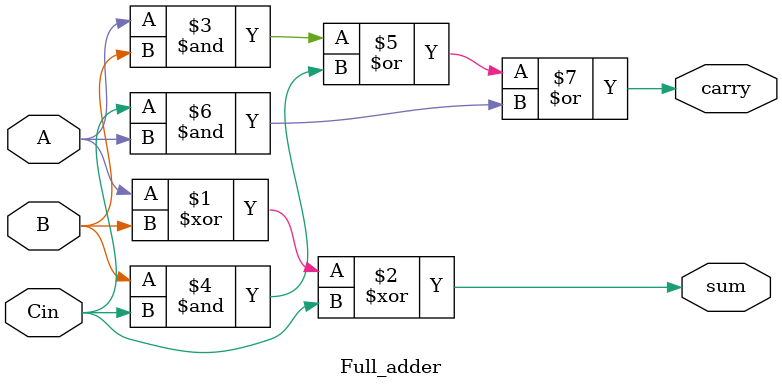
<source format=v>
module Full_adder(A,B,Cin,sum,carry);
input A,B,Cin;
output sum,carry;


///code

assign sum = A^B^Cin;
assign carry= (A&B)|(B&Cin)|(Cin&A);

endmodule
</source>
